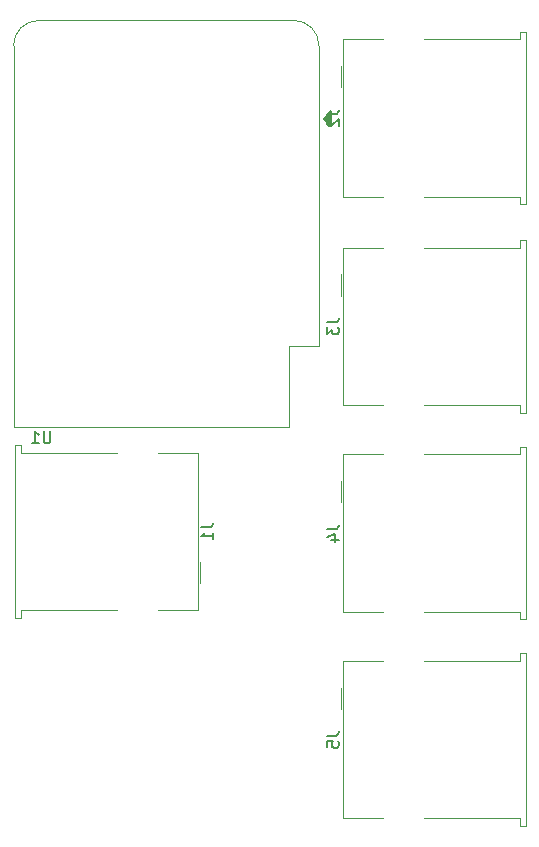
<source format=gbr>
%TF.GenerationSoftware,KiCad,Pcbnew,8.0.6*%
%TF.CreationDate,2024-11-09T17:18:42+01:00*%
%TF.ProjectId,Bridge,42726964-6765-42e6-9b69-6361645f7063,rev?*%
%TF.SameCoordinates,Original*%
%TF.FileFunction,Legend,Bot*%
%TF.FilePolarity,Positive*%
%FSLAX46Y46*%
G04 Gerber Fmt 4.6, Leading zero omitted, Abs format (unit mm)*
G04 Created by KiCad (PCBNEW 8.0.6) date 2024-11-09 17:18:42*
%MOMM*%
%LPD*%
G01*
G04 APERTURE LIST*
%ADD10C,0.150000*%
%ADD11C,0.120000*%
G04 APERTURE END LIST*
D10*
X98554819Y-158736666D02*
X99269104Y-158736666D01*
X99269104Y-158736666D02*
X99411961Y-158689047D01*
X99411961Y-158689047D02*
X99507200Y-158593809D01*
X99507200Y-158593809D02*
X99554819Y-158450952D01*
X99554819Y-158450952D02*
X99554819Y-158355714D01*
X98554819Y-159689047D02*
X98554819Y-159212857D01*
X98554819Y-159212857D02*
X99031009Y-159165238D01*
X99031009Y-159165238D02*
X98983390Y-159212857D01*
X98983390Y-159212857D02*
X98935771Y-159308095D01*
X98935771Y-159308095D02*
X98935771Y-159546190D01*
X98935771Y-159546190D02*
X98983390Y-159641428D01*
X98983390Y-159641428D02*
X99031009Y-159689047D01*
X99031009Y-159689047D02*
X99126247Y-159736666D01*
X99126247Y-159736666D02*
X99364342Y-159736666D01*
X99364342Y-159736666D02*
X99459580Y-159689047D01*
X99459580Y-159689047D02*
X99507200Y-159641428D01*
X99507200Y-159641428D02*
X99554819Y-159546190D01*
X99554819Y-159546190D02*
X99554819Y-159308095D01*
X99554819Y-159308095D02*
X99507200Y-159212857D01*
X99507200Y-159212857D02*
X99459580Y-159165238D01*
X98554819Y-123736666D02*
X99269104Y-123736666D01*
X99269104Y-123736666D02*
X99411961Y-123689047D01*
X99411961Y-123689047D02*
X99507200Y-123593809D01*
X99507200Y-123593809D02*
X99554819Y-123450952D01*
X99554819Y-123450952D02*
X99554819Y-123355714D01*
X98554819Y-124117619D02*
X98554819Y-124736666D01*
X98554819Y-124736666D02*
X98935771Y-124403333D01*
X98935771Y-124403333D02*
X98935771Y-124546190D01*
X98935771Y-124546190D02*
X98983390Y-124641428D01*
X98983390Y-124641428D02*
X99031009Y-124689047D01*
X99031009Y-124689047D02*
X99126247Y-124736666D01*
X99126247Y-124736666D02*
X99364342Y-124736666D01*
X99364342Y-124736666D02*
X99459580Y-124689047D01*
X99459580Y-124689047D02*
X99507200Y-124641428D01*
X99507200Y-124641428D02*
X99554819Y-124546190D01*
X99554819Y-124546190D02*
X99554819Y-124260476D01*
X99554819Y-124260476D02*
X99507200Y-124165238D01*
X99507200Y-124165238D02*
X99459580Y-124117619D01*
X87854819Y-141096666D02*
X88569104Y-141096666D01*
X88569104Y-141096666D02*
X88711961Y-141049047D01*
X88711961Y-141049047D02*
X88807200Y-140953809D01*
X88807200Y-140953809D02*
X88854819Y-140810952D01*
X88854819Y-140810952D02*
X88854819Y-140715714D01*
X88854819Y-142096666D02*
X88854819Y-141525238D01*
X88854819Y-141810952D02*
X87854819Y-141810952D01*
X87854819Y-141810952D02*
X87997676Y-141715714D01*
X87997676Y-141715714D02*
X88092914Y-141620476D01*
X88092914Y-141620476D02*
X88140533Y-141525238D01*
X75121904Y-132954819D02*
X75121904Y-133764342D01*
X75121904Y-133764342D02*
X75074285Y-133859580D01*
X75074285Y-133859580D02*
X75026666Y-133907200D01*
X75026666Y-133907200D02*
X74931428Y-133954819D01*
X74931428Y-133954819D02*
X74740952Y-133954819D01*
X74740952Y-133954819D02*
X74645714Y-133907200D01*
X74645714Y-133907200D02*
X74598095Y-133859580D01*
X74598095Y-133859580D02*
X74550476Y-133764342D01*
X74550476Y-133764342D02*
X74550476Y-132954819D01*
X73550476Y-133954819D02*
X74121904Y-133954819D01*
X73836190Y-133954819D02*
X73836190Y-132954819D01*
X73836190Y-132954819D02*
X73931428Y-133097676D01*
X73931428Y-133097676D02*
X74026666Y-133192914D01*
X74026666Y-133192914D02*
X74121904Y-133240533D01*
X98554819Y-141236666D02*
X99269104Y-141236666D01*
X99269104Y-141236666D02*
X99411961Y-141189047D01*
X99411961Y-141189047D02*
X99507200Y-141093809D01*
X99507200Y-141093809D02*
X99554819Y-140950952D01*
X99554819Y-140950952D02*
X99554819Y-140855714D01*
X98888152Y-142141428D02*
X99554819Y-142141428D01*
X98507200Y-141903333D02*
X99221485Y-141665238D01*
X99221485Y-141665238D02*
X99221485Y-142284285D01*
X98554819Y-106096666D02*
X99269104Y-106096666D01*
X99269104Y-106096666D02*
X99411961Y-106049047D01*
X99411961Y-106049047D02*
X99507200Y-105953809D01*
X99507200Y-105953809D02*
X99554819Y-105810952D01*
X99554819Y-105810952D02*
X99554819Y-105715714D01*
X98650057Y-106525238D02*
X98602438Y-106572857D01*
X98602438Y-106572857D02*
X98554819Y-106668095D01*
X98554819Y-106668095D02*
X98554819Y-106906190D01*
X98554819Y-106906190D02*
X98602438Y-107001428D01*
X98602438Y-107001428D02*
X98650057Y-107049047D01*
X98650057Y-107049047D02*
X98745295Y-107096666D01*
X98745295Y-107096666D02*
X98840533Y-107096666D01*
X98840533Y-107096666D02*
X98983390Y-107049047D01*
X98983390Y-107049047D02*
X99554819Y-106477619D01*
X99554819Y-106477619D02*
X99554819Y-107096666D01*
D11*
%TO.C,J5*%
X99690000Y-156470000D02*
X99690000Y-154670000D01*
X99910000Y-165730000D02*
X99910000Y-152410000D01*
X103240000Y-152410000D02*
X99910000Y-152410000D01*
X103240000Y-165730000D02*
X99910000Y-165730000D01*
X106760000Y-152410000D02*
X114870000Y-152410000D01*
X114870000Y-151760000D02*
X114870000Y-152410000D01*
X114870000Y-165730000D02*
X106760000Y-165730000D01*
X114870000Y-165730000D02*
X114870000Y-166380000D01*
X114870000Y-166380000D02*
X115390000Y-166380000D01*
X115390000Y-151760000D02*
X114870000Y-151760000D01*
X115390000Y-166380000D02*
X115390000Y-151760000D01*
%TO.C,J3*%
X99690000Y-121470000D02*
X99690000Y-119670000D01*
X99910000Y-130730000D02*
X99910000Y-117410000D01*
X103240000Y-117410000D02*
X99910000Y-117410000D01*
X103240000Y-130730000D02*
X99910000Y-130730000D01*
X106760000Y-117410000D02*
X114870000Y-117410000D01*
X114870000Y-116760000D02*
X114870000Y-117410000D01*
X114870000Y-130730000D02*
X106760000Y-130730000D01*
X114870000Y-130730000D02*
X114870000Y-131380000D01*
X114870000Y-131380000D02*
X115390000Y-131380000D01*
X115390000Y-116760000D02*
X114870000Y-116760000D01*
X115390000Y-131380000D02*
X115390000Y-116760000D01*
%TO.C,J1*%
X72110000Y-134120000D02*
X72110000Y-148740000D01*
X72110000Y-148740000D02*
X72630000Y-148740000D01*
X72630000Y-134120000D02*
X72110000Y-134120000D01*
X72630000Y-134770000D02*
X72630000Y-134120000D01*
X72630000Y-134770000D02*
X80740000Y-134770000D01*
X72630000Y-148740000D02*
X72630000Y-148090000D01*
X80740000Y-148090000D02*
X72630000Y-148090000D01*
X84260000Y-134770000D02*
X87590000Y-134770000D01*
X84260000Y-148090000D02*
X87590000Y-148090000D01*
X87590000Y-134770000D02*
X87590000Y-148090000D01*
X87810000Y-144030000D02*
X87810000Y-145830000D01*
%TO.C,U1*%
X72000000Y-100290000D02*
X72000000Y-132620000D01*
X72000000Y-132620000D02*
X95320000Y-132620000D01*
X95320000Y-125720000D02*
X97860000Y-125720000D01*
X95320000Y-132620000D02*
X95320000Y-125720000D01*
X95730000Y-98160000D02*
X74120000Y-98160000D01*
X97860000Y-100290000D02*
X97860000Y-125720000D01*
X72000000Y-100290000D02*
G75*
G02*
X74130000Y-98160000I2130000J0D01*
G01*
X95730000Y-98160000D02*
G75*
G02*
X97860000Y-100290000I-2J-2130002D01*
G01*
D10*
X98900000Y-107135000D02*
X98265000Y-106500000D01*
X98900000Y-105865000D01*
X98900000Y-107135000D01*
G36*
X98900000Y-107135000D02*
G01*
X98265000Y-106500000D01*
X98900000Y-105865000D01*
X98900000Y-107135000D01*
G37*
D11*
%TO.C,J4*%
X99690000Y-138970000D02*
X99690000Y-137170000D01*
X99910000Y-148230000D02*
X99910000Y-134910000D01*
X103240000Y-134910000D02*
X99910000Y-134910000D01*
X103240000Y-148230000D02*
X99910000Y-148230000D01*
X106760000Y-134910000D02*
X114870000Y-134910000D01*
X114870000Y-134260000D02*
X114870000Y-134910000D01*
X114870000Y-148230000D02*
X106760000Y-148230000D01*
X114870000Y-148230000D02*
X114870000Y-148880000D01*
X114870000Y-148880000D02*
X115390000Y-148880000D01*
X115390000Y-134260000D02*
X114870000Y-134260000D01*
X115390000Y-148880000D02*
X115390000Y-134260000D01*
%TO.C,J2*%
X99690000Y-103830000D02*
X99690000Y-102030000D01*
X99910000Y-113090000D02*
X99910000Y-99770000D01*
X103240000Y-99770000D02*
X99910000Y-99770000D01*
X103240000Y-113090000D02*
X99910000Y-113090000D01*
X106760000Y-99770000D02*
X114870000Y-99770000D01*
X114870000Y-99120000D02*
X114870000Y-99770000D01*
X114870000Y-113090000D02*
X106760000Y-113090000D01*
X114870000Y-113090000D02*
X114870000Y-113740000D01*
X114870000Y-113740000D02*
X115390000Y-113740000D01*
X115390000Y-99120000D02*
X114870000Y-99120000D01*
X115390000Y-113740000D02*
X115390000Y-99120000D01*
%TD*%
M02*

</source>
